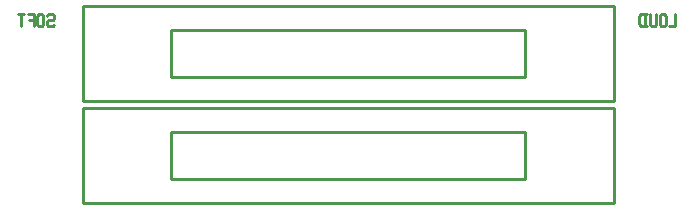
<source format=gbr>
G04 start of page 10 for group -4078 idx -4078 *
G04 Title: (unknown), bottomsilk *
G04 Creator: pcb 20140316 *
G04 CreationDate: Wed 05 Apr 2017 02:07:19 PM GMT UTC *
G04 For: vince *
G04 Format: Gerber/RS-274X *
G04 PCB-Dimensions (mil): 2340.00 710.00 *
G04 PCB-Coordinate-Origin: lower left *
%MOIN*%
%FSLAX25Y25*%
%LNBOTTOMSILK*%
%ADD37C,0.0100*%
G54D37*X17000Y66000D02*X16500Y65500D01*
X17000Y66000D02*X18500D01*
X19000Y65500D02*X18500Y66000D01*
X19000Y64500D02*Y65500D01*
Y64500D02*X18500Y64000D01*
X17000D02*X18500D01*
X17000D02*X16500Y63500D01*
Y62500D02*Y63500D01*
X17000Y62000D02*X16500Y62500D01*
X17000Y62000D02*X18500D01*
X19000Y62500D02*X18500Y62000D01*
X15300Y62500D02*Y65500D01*
X14800Y66000D01*
X13800D02*X14800D01*
X13800D02*X13300Y65500D01*
Y62500D02*Y65500D01*
X13800Y62000D02*X13300Y62500D01*
X13800Y62000D02*X14800D01*
X15300Y62500D02*X14800Y62000D01*
X12100D02*Y66000D01*
X10100D02*X12100D01*
X10600Y64200D02*X12100D01*
X6900Y66000D02*X8900D01*
X7900Y62000D02*Y66000D01*
X226000Y62000D02*Y66000D01*
X224000Y62000D02*X226000D01*
X222800Y62500D02*Y65500D01*
X222300Y66000D01*
X221300D02*X222300D01*
X221300D02*X220800Y65500D01*
Y62500D02*Y65500D01*
X221300Y62000D02*X220800Y62500D01*
X221300Y62000D02*X222300D01*
X222800Y62500D02*X222300Y62000D01*
X219600Y62500D02*Y66000D01*
Y62500D02*X219100Y62000D01*
X218100D02*X219100D01*
X218100D02*X217600Y62500D01*
Y66000D01*
X215900Y62000D02*Y66000D01*
X214600D02*X213900Y65300D01*
Y62700D02*Y65300D01*
X214600Y62000D02*X213900Y62700D01*
X214600Y62000D02*X216400D01*
X214600Y66000D02*X216400D01*
X28417Y3252D02*X205583D01*
Y34748D01*
X28417D01*
Y3252D01*
X57945Y11126D02*X176055D01*
Y26874D01*
X57945D01*
Y11126D01*
X28417Y37252D02*X205583D01*
Y68748D01*
X28417D01*
Y37252D01*
X57945Y45126D02*X176055D01*
Y60874D01*
X57945D01*
Y45126D01*
M02*

</source>
